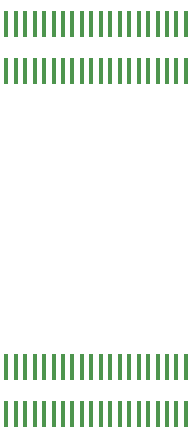
<source format=gbp>
G04*
G04 #@! TF.GenerationSoftware,Altium Limited,Altium Designer,20.0.2 (26)*
G04*
G04 Layer_Color=128*
%FSLAX25Y25*%
%MOIN*%
G70*
G01*
G75*
%ADD106R,0.01181X0.09055*%
D106*
X128346Y23622D02*
D03*
X125197D02*
D03*
X122047D02*
D03*
X118897D02*
D03*
X115748D02*
D03*
X112598D02*
D03*
X109449D02*
D03*
X106299D02*
D03*
X103149D02*
D03*
X100000D02*
D03*
X96850D02*
D03*
X93701D02*
D03*
X90551D02*
D03*
X87401D02*
D03*
X84252D02*
D03*
X81102D02*
D03*
X77953D02*
D03*
X74803D02*
D03*
X71653D02*
D03*
X68504D02*
D03*
X128347Y7874D02*
D03*
X125197D02*
D03*
X122047D02*
D03*
X118898D02*
D03*
X115748D02*
D03*
X112599D02*
D03*
X109449D02*
D03*
X106299D02*
D03*
X103150D02*
D03*
X100000D02*
D03*
X96851D02*
D03*
X93701D02*
D03*
X90551D02*
D03*
X87402D02*
D03*
X84252D02*
D03*
X81103D02*
D03*
X77953D02*
D03*
X74803D02*
D03*
X71654D02*
D03*
X68504D02*
D03*
X128346Y137795D02*
D03*
X125197D02*
D03*
X122047D02*
D03*
X118897D02*
D03*
X115748D02*
D03*
X112598D02*
D03*
X109449D02*
D03*
X106299D02*
D03*
X103149D02*
D03*
X100000D02*
D03*
X96850D02*
D03*
X93701D02*
D03*
X90551D02*
D03*
X87401D02*
D03*
X84252D02*
D03*
X81102D02*
D03*
X77953D02*
D03*
X74803D02*
D03*
X71653D02*
D03*
X68504D02*
D03*
X128347Y122047D02*
D03*
X125197D02*
D03*
X122047D02*
D03*
X118898D02*
D03*
X115748D02*
D03*
X112599D02*
D03*
X109449D02*
D03*
X106299D02*
D03*
X103150D02*
D03*
X100000D02*
D03*
X96851D02*
D03*
X93701D02*
D03*
X90551D02*
D03*
X87402D02*
D03*
X84252D02*
D03*
X81103D02*
D03*
X77953D02*
D03*
X74803D02*
D03*
X71654D02*
D03*
X68504D02*
D03*
M02*

</source>
